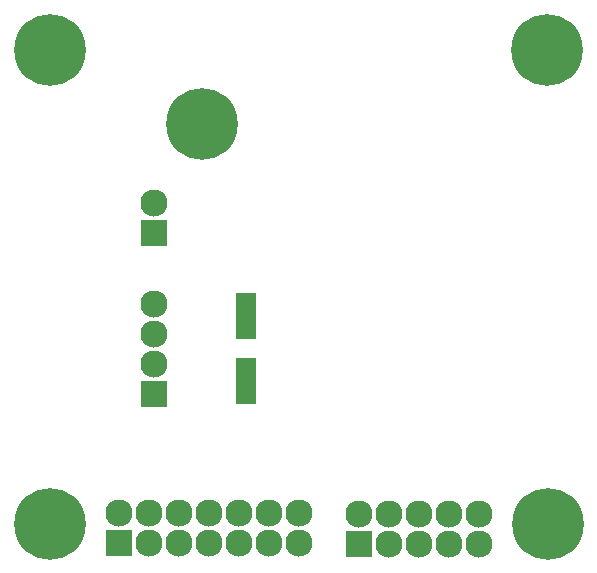
<source format=gts>
G04 #@! TF.FileFunction,Soldermask,Top*
%FSLAX46Y46*%
G04 Gerber Fmt 4.6, Leading zero omitted, Abs format (unit mm)*
G04 Created by KiCad (PCBNEW 4.0.6) date Monday, 31 July 2017 'PMt' 21:07:52*
%MOMM*%
%LPD*%
G01*
G04 APERTURE LIST*
%ADD10C,0.100000*%
%ADD11R,2.300000X2.300000*%
%ADD12C,2.300000*%
%ADD13R,1.670000X1.370000*%
%ADD14C,6.064000*%
G04 APERTURE END LIST*
D10*
D11*
X149480000Y-107180000D03*
D12*
X149480000Y-104640000D03*
X149480000Y-102100000D03*
X149480000Y-99560000D03*
D11*
X146520000Y-119820000D03*
D12*
X146520000Y-117280000D03*
X149060000Y-119820000D03*
X149060000Y-117280000D03*
X151600000Y-119820000D03*
X151600000Y-117280000D03*
X154140000Y-119820000D03*
X154140000Y-117280000D03*
X156680000Y-119820000D03*
X156680000Y-117280000D03*
X159220000Y-119820000D03*
X159220000Y-117280000D03*
X161760000Y-119820000D03*
X161760000Y-117280000D03*
D11*
X166840000Y-119840000D03*
D12*
X166840000Y-117300000D03*
X169380000Y-119840000D03*
X169380000Y-117300000D03*
X171920000Y-119840000D03*
X171920000Y-117300000D03*
X174460000Y-119840000D03*
X174460000Y-117300000D03*
X177000000Y-119840000D03*
X177000000Y-117300000D03*
D13*
X157230000Y-104850000D03*
X157230000Y-106120000D03*
X157230000Y-107390000D03*
X157230000Y-99350000D03*
X157230000Y-100620000D03*
X157230000Y-101890000D03*
D14*
X182791100Y-78028800D03*
X140675000Y-78025000D03*
X140675000Y-118150000D03*
X182800000Y-118150000D03*
X153500000Y-84350000D03*
D11*
X149504400Y-93522800D03*
D12*
X149504400Y-90982800D03*
M02*

</source>
